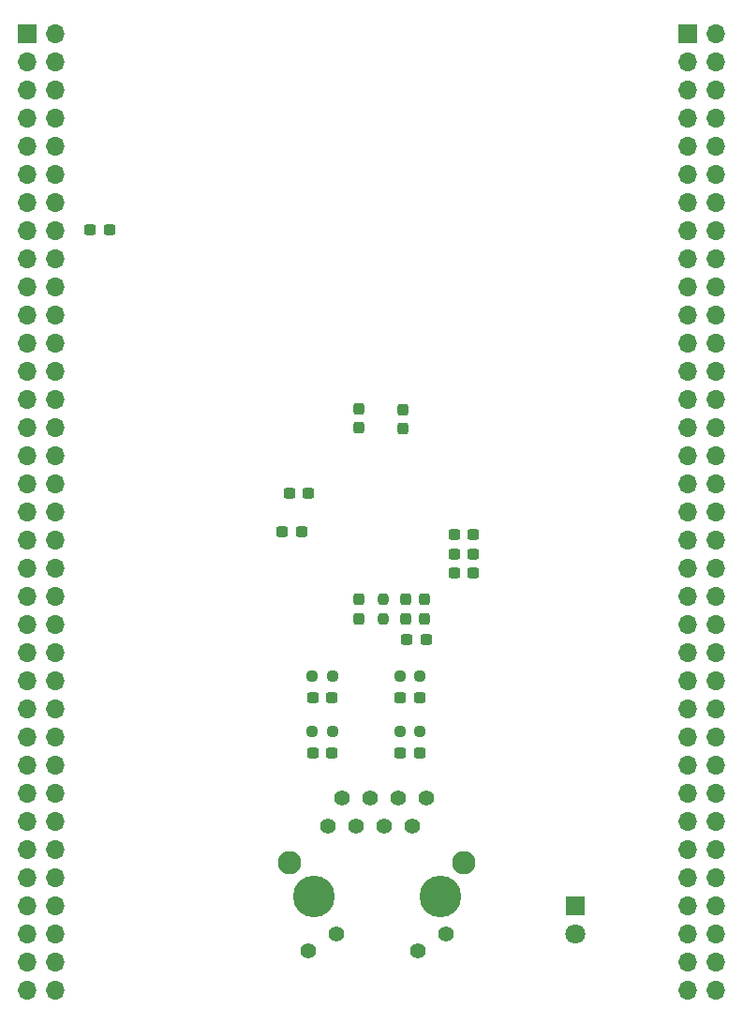
<source format=gbr>
G04 #@! TF.GenerationSoftware,KiCad,Pcbnew,7.0.1-3b83917a11~172~ubuntu22.04.1*
G04 #@! TF.CreationDate,2023-04-09T22:29:48+09:00*
G04 #@! TF.ProjectId,Akashi-13,416b6173-6869-42d3-9133-2e6b69636164,rev?*
G04 #@! TF.SameCoordinates,Original*
G04 #@! TF.FileFunction,Soldermask,Bot*
G04 #@! TF.FilePolarity,Negative*
%FSLAX46Y46*%
G04 Gerber Fmt 4.6, Leading zero omitted, Abs format (unit mm)*
G04 Created by KiCad (PCBNEW 7.0.1-3b83917a11~172~ubuntu22.04.1) date 2023-04-09 22:29:48*
%MOMM*%
%LPD*%
G01*
G04 APERTURE LIST*
G04 Aperture macros list*
%AMRoundRect*
0 Rectangle with rounded corners*
0 $1 Rounding radius*
0 $2 $3 $4 $5 $6 $7 $8 $9 X,Y pos of 4 corners*
0 Add a 4 corners polygon primitive as box body*
4,1,4,$2,$3,$4,$5,$6,$7,$8,$9,$2,$3,0*
0 Add four circle primitives for the rounded corners*
1,1,$1+$1,$2,$3*
1,1,$1+$1,$4,$5*
1,1,$1+$1,$6,$7*
1,1,$1+$1,$8,$9*
0 Add four rect primitives between the rounded corners*
20,1,$1+$1,$2,$3,$4,$5,0*
20,1,$1+$1,$4,$5,$6,$7,0*
20,1,$1+$1,$6,$7,$8,$9,0*
20,1,$1+$1,$8,$9,$2,$3,0*%
G04 Aperture macros list end*
%ADD10R,1.800000X1.800000*%
%ADD11C,1.800000*%
%ADD12C,1.397000*%
%ADD13C,3.759200*%
%ADD14C,2.108200*%
%ADD15RoundRect,0.237500X-0.250000X-0.237500X0.250000X-0.237500X0.250000X0.237500X-0.250000X0.237500X0*%
%ADD16RoundRect,0.237500X0.300000X0.237500X-0.300000X0.237500X-0.300000X-0.237500X0.300000X-0.237500X0*%
%ADD17RoundRect,0.237500X-0.237500X0.300000X-0.237500X-0.300000X0.237500X-0.300000X0.237500X0.300000X0*%
%ADD18RoundRect,0.237500X0.237500X-0.300000X0.237500X0.300000X-0.237500X0.300000X-0.237500X-0.300000X0*%
%ADD19RoundRect,0.237500X0.250000X0.237500X-0.250000X0.237500X-0.250000X-0.237500X0.250000X-0.237500X0*%
%ADD20RoundRect,0.237500X-0.237500X0.250000X-0.237500X-0.250000X0.237500X-0.250000X0.237500X0.250000X0*%
%ADD21RoundRect,0.237500X-0.300000X-0.237500X0.300000X-0.237500X0.300000X0.237500X-0.300000X0.237500X0*%
%ADD22R,1.700000X1.700000*%
%ADD23O,1.700000X1.700000*%
G04 APERTURE END LIST*
D10*
X149860000Y-144780000D03*
D11*
X149860000Y-147320000D03*
D12*
X127483000Y-137590000D03*
X128753000Y-135050000D03*
X130023000Y-137590000D03*
X131293000Y-135050000D03*
X132563000Y-137590000D03*
X133833000Y-135050000D03*
X135103000Y-137590000D03*
X136373000Y-135050000D03*
X125730000Y-148840000D03*
X128270000Y-147320000D03*
X135586000Y-148840000D03*
X138126000Y-147320000D03*
D13*
X137643000Y-143940000D03*
X126213000Y-143940000D03*
D14*
X139802998Y-140890000D03*
X124053002Y-140890000D03*
D15*
X126087500Y-124000000D03*
X127912500Y-124000000D03*
D16*
X125730000Y-107500000D03*
X124005000Y-107500000D03*
D17*
X130250000Y-117137500D03*
X130250000Y-118862500D03*
D18*
X130250000Y-101612500D03*
X130250000Y-99887500D03*
D19*
X135825000Y-129000000D03*
X134000000Y-129000000D03*
D20*
X132500000Y-117087500D03*
X132500000Y-118912500D03*
D21*
X134050000Y-126000000D03*
X135775000Y-126000000D03*
X138887500Y-113000000D03*
X140612500Y-113000000D03*
X138887500Y-114750000D03*
X140612500Y-114750000D03*
D16*
X127862500Y-131000000D03*
X126137500Y-131000000D03*
X125095000Y-111000000D03*
X123370000Y-111000000D03*
D21*
X138887500Y-111250000D03*
X140612500Y-111250000D03*
X134637500Y-120750000D03*
X136362500Y-120750000D03*
X106025000Y-83750000D03*
X107750000Y-83750000D03*
D22*
X160020000Y-66040000D03*
D23*
X162560000Y-66040000D03*
X160020000Y-68580000D03*
X162560000Y-68580000D03*
X160020000Y-71120000D03*
X162560000Y-71120000D03*
X160020000Y-73660000D03*
X162560000Y-73660000D03*
X160020000Y-76200000D03*
X162560000Y-76200000D03*
X160020000Y-78740000D03*
X162560000Y-78740000D03*
X160020000Y-81280000D03*
X162560000Y-81280000D03*
X160020000Y-83820000D03*
X162560000Y-83820000D03*
X160020000Y-86360000D03*
X162560000Y-86360000D03*
X160020000Y-88900000D03*
X162560000Y-88900000D03*
X160020000Y-91440000D03*
X162560000Y-91440000D03*
X160020000Y-93980000D03*
X162560000Y-93980000D03*
X160020000Y-96520000D03*
X162560000Y-96520000D03*
X160020000Y-99060000D03*
X162560000Y-99060000D03*
X160020000Y-101600000D03*
X162560000Y-101600000D03*
X160020000Y-104140000D03*
X162560000Y-104140000D03*
X160020000Y-106680000D03*
X162560000Y-106680000D03*
X160020000Y-109220000D03*
X162560000Y-109220000D03*
X160020000Y-111760000D03*
X162560000Y-111760000D03*
X160020000Y-114300000D03*
X162560000Y-114300000D03*
X160020000Y-116840000D03*
X162560000Y-116840000D03*
X160020000Y-119380000D03*
X162560000Y-119380000D03*
X160020000Y-121920000D03*
X162560000Y-121920000D03*
X160020000Y-124460000D03*
X162560000Y-124460000D03*
X160020000Y-127000000D03*
X162560000Y-127000000D03*
X160020000Y-129540000D03*
X162560000Y-129540000D03*
X160020000Y-132080000D03*
X162560000Y-132080000D03*
X160020000Y-134620000D03*
X162560000Y-134620000D03*
X160020000Y-137160000D03*
X162560000Y-137160000D03*
X160020000Y-139700000D03*
X162560000Y-139700000D03*
X160020000Y-142240000D03*
X162560000Y-142240000D03*
X160020000Y-144780000D03*
X162560000Y-144780000D03*
X160020000Y-147320000D03*
X162560000Y-147320000D03*
X160020000Y-149860000D03*
X162560000Y-149860000D03*
X160020000Y-152400000D03*
X162560000Y-152400000D03*
D21*
X134050000Y-131000000D03*
X135775000Y-131000000D03*
D19*
X135825000Y-124000000D03*
X134000000Y-124000000D03*
D16*
X127862500Y-126000000D03*
X126137500Y-126000000D03*
D17*
X134500000Y-117137500D03*
X134500000Y-118862500D03*
X136250000Y-117137500D03*
X136250000Y-118862500D03*
D15*
X126087500Y-129000000D03*
X127912500Y-129000000D03*
D18*
X134250000Y-101725000D03*
X134250000Y-100000000D03*
D22*
X100310000Y-66040000D03*
D23*
X102850000Y-66040000D03*
X100310000Y-68580000D03*
X102850000Y-68580000D03*
X100310000Y-71120000D03*
X102850000Y-71120000D03*
X100310000Y-73660000D03*
X102850000Y-73660000D03*
X100310000Y-76200000D03*
X102850000Y-76200000D03*
X100310000Y-78740000D03*
X102850000Y-78740000D03*
X100310000Y-81280000D03*
X102850000Y-81280000D03*
X100310000Y-83820000D03*
X102850000Y-83820000D03*
X100310000Y-86360000D03*
X102850000Y-86360000D03*
X100310000Y-88900000D03*
X102850000Y-88900000D03*
X100310000Y-91440000D03*
X102850000Y-91440000D03*
X100310000Y-93980000D03*
X102850000Y-93980000D03*
X100310000Y-96520000D03*
X102850000Y-96520000D03*
X100310000Y-99060000D03*
X102850000Y-99060000D03*
X100310000Y-101600000D03*
X102850000Y-101600000D03*
X100310000Y-104140000D03*
X102850000Y-104140000D03*
X100310000Y-106680000D03*
X102850000Y-106680000D03*
X100310000Y-109220000D03*
X102850000Y-109220000D03*
X100310000Y-111760000D03*
X102850000Y-111760000D03*
X100310000Y-114300000D03*
X102850000Y-114300000D03*
X100310000Y-116840000D03*
X102850000Y-116840000D03*
X100310000Y-119380000D03*
X102850000Y-119380000D03*
X100310000Y-121920000D03*
X102850000Y-121920000D03*
X100310000Y-124460000D03*
X102850000Y-124460000D03*
X100310000Y-127000000D03*
X102850000Y-127000000D03*
X100310000Y-129540000D03*
X102850000Y-129540000D03*
X100310000Y-132080000D03*
X102850000Y-132080000D03*
X100310000Y-134620000D03*
X102850000Y-134620000D03*
X100310000Y-137160000D03*
X102850000Y-137160000D03*
X100310000Y-139700000D03*
X102850000Y-139700000D03*
X100310000Y-142240000D03*
X102850000Y-142240000D03*
X100310000Y-144780000D03*
X102850000Y-144780000D03*
X100310000Y-147320000D03*
X102850000Y-147320000D03*
X100310000Y-149860000D03*
X102850000Y-149860000D03*
X100310000Y-152400000D03*
X102850000Y-152400000D03*
M02*

</source>
